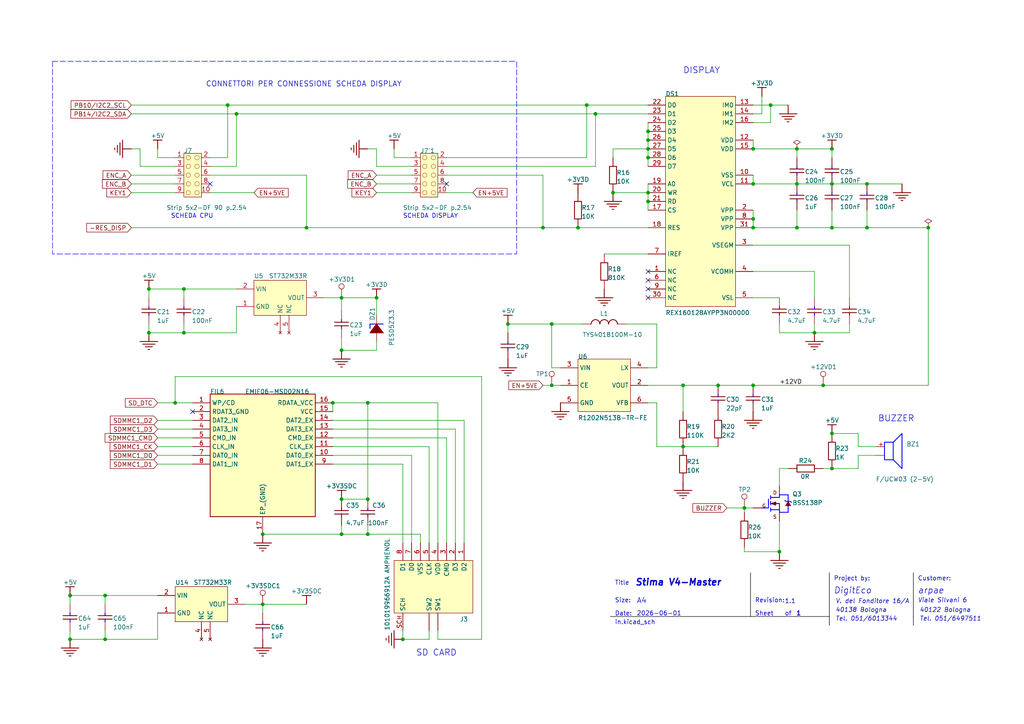
<source format=kicad_sch>
(kicad_sch (version 20230121) (generator eeschema)
  (paper "A4")
  (title_block (title "Stima V4-Master") (rev "1.0"))
  (junction (at 76.2 154.94))
  (junction (at 187.96 38.1))
  (junction (at 66.04 30.48))
  (junction (at 50.8 116.84))
  (junction (at 30.48 185.42))
  (junction (at 99.06 144.78))
  (junction (at 269.24 66.04))
  (junction (at 20.32 185.42))
  (junction (at 99.06 101.6))
  (junction (at 43.18 96.52))
  (junction (at 76.2 175.26))
  (junction (at 96.52 116.84))
  (junction (at 218.44 66.04))
  (junction (at 109.22 86.36))
  (junction (at 241.3 53.34))
  (junction (at 236.22 96.52))
  (junction (at 241.3 43.18))
  (junction (at 157.48 66.04))
  (junction (at 218.44 63.5))
  (junction (at 147.32 93.98))
  (junction (at 208.28 111.76))
  (junction (at 241.3 135.89))
  (junction (at 43.18 83.82))
  (junction (at 106.68 116.84))
  (junction (at 238.76 111.76))
  (junction (at 231.14 66.04))
  (junction (at 187.96 55.88))
  (junction (at 167.64 66.04))
  (junction (at 187.96 40.64))
  (junction (at 53.34 96.52))
  (junction (at 231.14 53.34))
  (junction (at 116.84 185.42))
  (junction (at 106.68 154.94))
  (junction (at 215.9 147.32))
  (junction (at 99.06 86.36))
  (junction (at 198.12 129.54))
  (junction (at 106.68 144.78))
  (junction (at 187.96 45.72))
  (junction (at 172.72 33.02))
  (junction (at 241.3 125.73))
  (junction (at 177.8 55.88))
  (junction (at 30.48 172.72))
  (junction (at 223.52 30.48))
  (junction (at 218.44 111.76))
  (junction (at 88.9 66.04))
  (junction (at 160.02 93.98))
  (junction (at 160.02 111.76))
  (junction (at 241.3 66.04))
  (junction (at 251.46 66.04))
  (junction (at 187.96 43.18))
  (junction (at 218.44 43.18))
  (junction (at 99.06 154.94))
  (junction (at 218.44 53.34))
  (junction (at 226.06 160.02))
  (junction (at 53.34 83.82))
  (junction (at 187.96 58.42))
  (junction (at 198.12 111.76))
  (junction (at 20.32 172.72))
  (junction (at 231.14 43.18))
  (junction (at 68.58 33.02))
  (junction (at 170.18 30.48))
  (junction (at 251.46 53.34))
  (no_connect (at 187.96 86.36))
  (no_connect (at 129.54 53.34))
  (no_connect (at 187.96 81.28))
  (no_connect (at 187.96 78.74))
  (no_connect (at 55.88 119.38))
  (no_connect (at 187.96 83.82))
  (no_connect (at 60.96 53.34))
  (wire (pts (xy 160.02 93.98) (xy 168.91 93.98)))
  (wire (pts (xy 187.96 55.88) (xy 187.96 53.34)))
  (wire (pts (xy 114.3 45.72) (xy 119.38 45.72)))
  (wire (pts (xy 109.22 86.36) (xy 109.22 91.44)))
  (wire (pts (xy 187.96 40.64) (xy 187.96 43.18)))
  (wire (pts (xy 218.44 53.34) (xy 218.44 50.8)))
  (wire (pts (xy 99.06 86.36) (xy 109.22 86.36)))
  (wire (pts (xy 45.72 127) (xy 55.88 127)))
  (wire (pts (xy 187.96 111.76) (xy 198.12 111.76)))
  (wire (pts (xy 147.32 93.98) (xy 160.02 93.98)))
  (wire (pts (xy 106.68 154.94) (xy 106.68 152.4)))
  (wire (pts (xy 231.14 43.18) (xy 218.44 43.18)))
  (wire (pts (xy 172.72 48.26) (xy 129.54 48.26)))
  (wire (pts (xy 68.58 88.9) (xy 68.58 96.52)))
  (wire (pts (xy 109.22 43.18) (xy 106.68 43.18)))
  (wire (pts (xy 241.3 43.18) (xy 231.14 43.18)))
  (wire (pts (xy 53.34 93.98) (xy 53.34 96.52)))
  (wire (pts (xy 96.52 124.46) (xy 132.08 124.46)))
  (wire (pts (xy 20.32 185.42) (xy 20.32 182.88)))
  (wire (pts (xy 223.52 30.48) (xy 218.44 30.48)))
  (wire (pts (xy 119.38 132.08) (xy 119.38 157.48)))
  (wire (pts (xy 231.14 53.34) (xy 218.44 53.34)))
  (wire (pts (xy 124.46 185.42) (xy 124.46 182.88)))
  (wire (pts (xy 190.5 129.54) (xy 190.5 116.84)))
  (wire (pts (xy 127 185.42) (xy 127 182.88)))
  (wire (pts (xy 45.72 129.54) (xy 55.88 129.54)))
  (wire (pts (xy 30.48 185.42) (xy 20.32 185.42)))
  (wire (pts (xy 30.48 175.26) (xy 30.48 172.72)))
  (wire (pts (xy 218.44 33.02) (xy 220.98 33.02)))
  (wire (pts (xy 187.96 58.42) (xy 187.96 55.88)))
  (wire (pts (xy 43.18 96.52) (xy 43.18 93.98)))
  (wire (pts (xy 109.22 55.88) (xy 119.38 55.88)))
  (wire (pts (xy 226.06 160.02) (xy 226.06 151.13)))
  (wire (pts (xy 236.22 78.74) (xy 236.22 86.36)))
  (wire (pts (xy 198.12 111.76) (xy 208.28 111.76)))
  (wire (pts (xy 96.52 129.54) (xy 124.46 129.54)))
  (wire (pts (xy 218.44 71.12) (xy 246.38 71.12)))
  (wire (pts (xy 187.96 38.1) (xy 187.96 40.64)))
  (wire (pts (xy 106.68 144.78) (xy 106.68 116.84)))
  (wire (pts (xy 119.38 48.26) (xy 109.22 48.26)))
  (wire (pts (xy 99.06 90.17) (xy 99.06 86.36)))
  (wire (pts (xy 60.96 45.72) (xy 66.04 45.72)))
  (wire (pts (xy 124.46 129.54) (xy 124.46 157.48)))
  (wire (pts (xy 215.9 158.75) (xy 215.9 160.02)))
  (wire (pts (xy 68.58 33.02) (xy 38.1 33.02)))
  (wire (pts (xy 40.64 48.26) (xy 40.64 43.18)))
  (wire (pts (xy 251.46 66.04) (xy 251.46 60.96)))
  (wire (pts (xy 96.52 127) (xy 129.54 127)))
  (wire (pts (xy 96.52 121.92) (xy 134.62 121.92)))
  (wire (pts (xy 248.92 135.89) (xy 241.3 135.89)))
  (wire (pts (xy 215.9 147.32) (xy 215.9 148.59)))
  (wire (pts (xy 238.76 111.76) (xy 269.24 111.76)))
  (wire (pts (xy 30.48 182.88) (xy 30.48 185.42)))
  (wire (pts (xy 66.04 45.72) (xy 66.04 30.48)))
  (wire (pts (xy 198.12 129.54) (xy 190.5 129.54)))
  (wire (pts (xy 53.34 86.36) (xy 53.34 83.82)))
  (wire (pts (xy 66.04 30.48) (xy 38.1 30.48)))
  (wire (pts (xy 261.62 53.34) (xy 251.46 53.34)))
  (wire (pts (xy 50.8 109.22) (xy 139.7 109.22)))
  (wire (pts (xy 60.96 48.26) (xy 68.58 48.26)))
  (wire (pts (xy 96.52 116.84) (xy 106.68 116.84)))
  (polyline (pts (xy 240.538 166.116) (xy 240.538 178.816)) (stroke (width 0) (type solid) (color 0 0 0 1)))
  (wire (pts (xy 218.44 63.5) (xy 218.44 66.04)))
  (wire (pts (xy 121.92 157.48) (xy 121.92 154.94)))
  (wire (pts (xy 109.22 99.06) (xy 109.22 101.6)))
  (wire (pts (xy 248.92 125.73) (xy 248.92 129.54)))
  (wire (pts (xy 269.24 66.04) (xy 251.46 66.04)))
  (wire (pts (xy 116.84 182.88) (xy 116.84 185.42)))
  (wire (pts (xy 71.12 175.26) (xy 76.2 175.26)))
  (wire (pts (xy 190.5 106.68) (xy 190.5 93.98)))
  (wire (pts (xy 210.82 147.32) (xy 215.9 147.32)))
  (wire (pts (xy 106.68 154.94) (xy 99.06 154.94)))
  (wire (pts (xy 38.1 53.34) (xy 50.8 53.34)))
  (wire (pts (xy 114.3 43.18) (xy 114.3 45.72)))
  (wire (pts (xy 106.68 144.78) (xy 99.06 144.78)))
  (wire (pts (xy 198.12 119.38) (xy 198.12 111.76)))
  (wire (pts (xy 45.72 134.62) (xy 55.88 134.62)))
  (wire (pts (xy 167.64 66.04) (xy 187.96 66.04)))
  (wire (pts (xy 20.32 172.72) (xy 20.32 175.26)))
  (wire (pts (xy 241.3 45.72) (xy 241.3 43.18)))
  (wire (pts (xy 248.92 129.54) (xy 254 129.54)))
  (wire (pts (xy 246.38 71.12) (xy 246.38 86.36)))
  (wire (pts (xy 45.72 124.46) (xy 55.88 124.46)))
  (wire (pts (xy 139.7 109.22) (xy 139.7 185.42)))
  (wire (pts (xy 218.44 66.04) (xy 231.14 66.04)))
  (wire (pts (xy 50.8 116.84) (xy 50.8 109.22)))
  (wire (pts (xy 269.24 111.76) (xy 269.24 66.04)))
  (wire (pts (xy 172.72 33.02) (xy 172.72 48.26)))
  (wire (pts (xy 43.18 83.82) (xy 43.18 86.36)))
  (wire (pts (xy 208.28 129.54) (xy 198.12 129.54)))
  (wire (pts (xy 68.58 48.26) (xy 68.58 33.02)))
  (wire (pts (xy 226.06 135.89) (xy 228.6 135.89)))
  (wire (pts (xy 127 116.84) (xy 127 157.48)))
  (wire (pts (xy 132.08 124.46) (xy 132.08 157.48)))
  (wire (pts (xy 160.02 106.68) (xy 160.02 93.98)))
  (wire (pts (xy 218.44 60.96) (xy 218.44 63.5)))
  (wire (pts (xy 68.58 33.02) (xy 172.72 33.02)))
  (wire (pts (xy 190.5 116.84) (xy 187.96 116.84)))
  (wire (pts (xy 88.9 66.04) (xy 157.48 66.04)))
  (wire (pts (xy 241.3 53.34) (xy 231.14 53.34)))
  (wire (pts (xy 187.96 106.68) (xy 190.5 106.68)))
  (wire (pts (xy 246.38 96.52) (xy 246.38 93.98)))
  (wire (pts (xy 218.44 111.76) (xy 238.76 111.76)))
  (wire (pts (xy 45.72 172.72) (xy 30.48 172.72)))
  (wire (pts (xy 134.62 121.92) (xy 134.62 157.48)))
  (wire (pts (xy 226.06 93.98) (xy 226.06 96.52)))
  (wire (pts (xy 223.52 30.48) (xy 228.6 30.48)))
  (wire (pts (xy 45.72 121.92) (xy 55.88 121.92)))
  (wire (pts (xy 109.22 50.8) (xy 119.38 50.8)))
  (wire (pts (xy 187.96 43.18) (xy 187.96 45.72)))
  (wire (pts (xy 157.48 111.76) (xy 160.02 111.76)))
  (wire (pts (xy 60.96 55.88) (xy 73.66 55.88)))
  (wire (pts (xy 139.7 185.42) (xy 127 185.42)))
  (wire (pts (xy 121.92 154.94) (xy 106.68 154.94)))
  (wire (pts (xy 99.06 101.6) (xy 99.06 97.79)))
  (wire (pts (xy 241.3 135.89) (xy 238.76 135.89)))
  (wire (pts (xy 109.22 101.6) (xy 99.06 101.6)))
  (wire (pts (xy 187.96 45.72) (xy 187.96 48.26)))
  (wire (pts (xy 220.98 33.02) (xy 220.98 27.94)))
  (wire (pts (xy 187.96 73.66) (xy 175.26 73.66)))
  (wire (pts (xy 38.1 66.04) (xy 88.9 66.04)))
  (wire (pts (xy 96.52 132.08) (xy 119.38 132.08)))
  (wire (pts (xy 187.96 55.88) (xy 177.8 55.88)))
  (wire (pts (xy 45.72 43.18) (xy 45.72 45.72)))
  (wire (pts (xy 116.84 134.62) (xy 116.84 157.48)))
  (wire (pts (xy 60.96 50.8) (xy 88.9 50.8)))
  (wire (pts (xy 76.2 175.26) (xy 88.9 175.26)))
  (wire (pts (xy 45.72 177.8) (xy 45.72 185.42)))
  (wire (pts (xy 215.9 147.32) (xy 218.44 147.32)))
  (wire (pts (xy 96.52 134.62) (xy 116.84 134.62)))
  (wire (pts (xy 172.72 33.02) (xy 187.96 33.02)))
  (wire (pts (xy 160.02 106.68) (xy 162.56 106.68)))
  (wire (pts (xy 254 132.08) (xy 248.92 132.08)))
  (wire (pts (xy 231.14 45.72) (xy 231.14 43.18)))
  (wire (pts (xy 187.96 35.56) (xy 187.96 38.1)))
  (wire (pts (xy 170.18 45.72) (xy 129.54 45.72)))
  (wire (pts (xy 93.98 86.36) (xy 99.06 86.36)))
  (wire (pts (xy 99.06 154.94) (xy 99.06 152.4)))
  (wire (pts (xy 218.44 35.56) (xy 223.52 35.56)))
  (wire (pts (xy 129.54 127) (xy 129.54 157.48)))
  (wire (pts (xy 157.48 66.04) (xy 157.48 50.8)))
  (wire (pts (xy 40.64 43.18) (xy 38.1 43.18)))
  (wire (pts (xy 66.04 30.48) (xy 170.18 30.48)))
  (wire (pts (xy 231.14 66.04) (xy 241.3 66.04)))
  (wire (pts (xy 226.06 86.36) (xy 218.44 86.36)))
  (wire (pts (xy 226.06 140.97) (xy 226.06 135.89)))
  (wire (pts (xy 50.8 116.84) (xy 55.88 116.84)))
  (wire (pts (xy 177.8 45.72) (xy 177.8 43.18)))
  (wire (pts (xy 96.52 119.38) (xy 96.52 116.84)))
  (wire (pts (xy 241.3 66.04) (xy 251.46 66.04)))
  (wire (pts (xy 147.32 93.98) (xy 147.32 96.52)))
  (wire (pts (xy 170.18 30.48) (xy 170.18 45.72)))
  (wire (pts (xy 53.34 96.52) (xy 43.18 96.52)))
  (wire (pts (xy 45.72 132.08) (xy 55.88 132.08)))
  (wire (pts (xy 68.58 83.82) (xy 53.34 83.82)))
  (wire (pts (xy 236.22 93.98) (xy 236.22 96.52)))
  (wire (pts (xy 38.1 50.8) (xy 50.8 50.8)))
  (wire (pts (xy 88.9 50.8) (xy 88.9 66.04)))
  (wire (pts (xy 50.8 48.26) (xy 40.64 48.26)))
  (wire (pts (xy 218.44 78.74) (xy 236.22 78.74)))
  (wire (pts (xy 99.06 154.94) (xy 76.2 154.94)))
  (wire (pts (xy 190.5 93.98) (xy 181.61 93.98)))
  (wire (pts (xy 53.34 83.82) (xy 43.18 83.82)))
  (polyline (pts (xy 217.678 166.116) (xy 217.678 178.816)) (stroke (width 0) (type solid) (color 0 0 0 1)))
  (wire (pts (xy 45.72 116.84) (xy 50.8 116.84)))
  (wire (pts (xy 241.3 66.04) (xy 241.3 60.96)))
  (wire (pts (xy 45.72 45.72) (xy 50.8 45.72)))
  (wire (pts (xy 236.22 96.52) (xy 246.38 96.52)))
  (wire (pts (xy 30.48 172.72) (xy 20.32 172.72)))
  (wire (pts (xy 177.8 43.18) (xy 187.96 43.18)))
  (wire (pts (xy 38.1 55.88) (xy 50.8 55.88)))
  (wire (pts (xy 129.54 55.88) (xy 137.16 55.88)))
  (wire (pts (xy 76.2 177.8) (xy 76.2 175.26)))
  (wire (pts (xy 218.44 43.18) (xy 218.44 40.64)))
  (wire (pts (xy 109.22 53.34) (xy 119.38 53.34)))
  (wire (pts (xy 106.68 116.84) (xy 127 116.84)))
  (wire (pts (xy 251.46 53.34) (xy 241.3 53.34)))
  (wire (pts (xy 157.48 50.8) (xy 129.54 50.8)))
  (wire (pts (xy 187.96 60.96) (xy 187.96 58.42)))
  (wire (pts (xy 215.9 160.02) (xy 226.06 160.02)))
  (wire (pts (xy 116.84 185.42) (xy 124.46 185.42)))
  (wire (pts (xy 231.14 66.04) (xy 231.14 60.96)))
  (wire (pts (xy 157.48 66.04) (xy 167.64 66.04)))
  (wire (pts (xy 170.18 30.48) (xy 187.96 30.48)))
  (wire (pts (xy 160.02 111.76) (xy 162.56 111.76)))
  (wire (pts (xy 248.92 132.08) (xy 248.92 135.89)))
  (wire (pts (xy 223.52 35.56) (xy 223.52 30.48)))
  (wire (pts (xy 109.22 48.26) (xy 109.22 43.18)))
  (wire (pts (xy 208.28 111.76) (xy 218.44 111.76)))
  (wire (pts (xy 45.72 185.42) (xy 30.48 185.42)))
  (wire (pts (xy 241.3 125.73) (xy 248.92 125.73)))
  (wire (pts (xy 226.06 96.52) (xy 236.22 96.52)))
  (polyline (pts (xy 264.922 178.816) (xy 264.922 181.356)) (stroke (width 0) (type solid) (color 0 0 0 1)))
  (wire (pts (xy 68.58 96.52) (xy 53.34 96.52)))
  (polyline (pts (xy 264.922 166.116) (xy 264.922 166.116) (xy 264.922 178.816)) (stroke (width 0) (type solid) (color 0 0 0 1)))
  (polyline (pts (xy 177.038 178.816) (xy 240.538 178.816) (xy 240.538 181.356)) (stroke (width 0) (type solid) (color 0 0 0 1)))
  (polyline (pts (xy 15.24 17.78) (xy 15.24 73.66) (xy 149.86 73.66) (xy 149.86 17.78) (xy 15.24 17.78)) (stroke (width 0) (type dash) (color 0 0 255 1)))
  (text "${FILENAME}" (at 178.308 181.356 0) (effects (font (size 1.27 1.27)) (justify left bottom)))
  (text "BUZZER" (at 254.635 122.555 0) (effects (font (size 1.778 1.778)) (justify left bottom)))
  (text "Tel. 051/6497511" (at 266.7 180.34 0) (effects (font (size 1.27 1.27) italic) (justify left bottom)))
  (text "SCHEDA DISPLAY" (at 116.84 63.5 0) (effects (font (size 1.27 1.27)) (justify left bottom)))
  (text "Revision:" (at 218.948 175.006 0) (effects (font (size 1.27 1.27)) (justify left bottom)))
  (text "SD CARD" (at 120.65 190.5 0) (effects (font (size 1.778 1.778)) (justify left bottom)))
  (text "Sheet" (at 218.948 178.816 0) (effects (font (size 1.27 1.27)) (justify left bottom)))
  (text "" (at 184.658 181.356 0) (effects (font (size 1.27 1.27)) (justify left bottom)))
  (text "DISPLAY" (at 198.12 21.59 0) (effects (font (size 1.778 1.778)) (justify left bottom)))
  (text "SCHEDA CPU" (at 49.53 63.5 0) (effects (font (size 1.27 1.27)) (justify left bottom)))
  (text "of" (at 227.584 178.816 0) (effects (font (size 1.27 1.27)) (justify left bottom)))
  (text "${##}" (at 230.886 178.816 0) (effects (font (size 1.27 1.27) bold) (justify left bottom)))
  (text "arpae" (at 266.192 172.466 0) (effects (font (size 1.778 1.778) italic) (justify left bottom)))
  (text "1.1" (at 227.584 175.26 0) (effects (font (size 1.27 1.27)) (justify left bottom)))
  (text "Title" (at 178.308 169.926 0) (effects (font (size 1.27 1.27)) (justify left bottom)))
  (text "40138 Bologna" (at 242.316 177.8 0) (effects (font (size 1.27 1.27) italic) (justify left bottom)))
  (text "Date:" (at 178.308 178.816 0) (effects (font (size 1.27 1.27)) (justify left bottom)))
  (text "A4" (at 184.658 175.26 0) (effects (font (size 1.524 1.524)) (justify left bottom)))
  (text "Customer:" (at 266.192 168.656 0) (effects (font (size 1.27 1.27)) (justify left bottom)))
  (text "Viale Silvani 6" (at 266.192 175.006 0) (effects (font (size 1.27 1.27) italic) (justify left bottom)))
  (text "Project by:" (at 241.808 168.656 0) (effects (font (size 1.27 1.27)) (justify left bottom)))
  (text "${CURRENT_DATE}" (at 184.658 178.816 0) (effects (font (size 1.27 1.27)) (justify left bottom)))
  (text "DigitEco" (at 241.808 172.466 0) (effects (font (size 1.778 1.778) italic) (justify left bottom)))
  (text "V. del Fonditore 16/A" (at 242.316 175.26 0) (effects (font (size 1.27 1.27) italic) (justify left bottom)))
  (text "Size:" (at 178.308 175.006 0) (effects (font (size 1.27 1.27)) (justify left bottom)))
  (text "Tel. 051/6013344" (at 242.316 180.34 0) (effects (font (size 1.27 1.27) italic) (justify left bottom)))
  (text "40122 Bologna" (at 266.7 177.8 0) (effects (font (size 1.27 1.27) italic) (justify left bottom)))
  (text "CONNETTORI PER CONNESSIONE SCHEDA DISPLAY" (at 59.69 25.4 0) (effects (font (size 1.524 1.524)) (justify left bottom)))
  (text "${#}" (at 224.282 178.816 0) (effects (font (size 1.27 1.27) bold) (justify left bottom)))
  (text "${TITLE}" (at 184.15 170.18 0) (effects (font (size 1.905 1.905) bold italic) (justify left bottom)))
  (label "+12VD" (at 226.06 111.76 180))
  (global_label "EN+5VE" (shape input) (at 137.16 55.88 0) (property "Intersheetrefs" "${INTERSHEET_REFS}" (effects hide)))
  (global_label "SDMMC1_D2" (shape input) (at 45.72 121.92 180) (property "Intersheetrefs" "${INTERSHEET_REFS}" (effects hide)))
  (global_label "SDMMC1_D0" (shape input) (at 45.72 132.08 180) (property "Intersheetrefs" "${INTERSHEET_REFS}" (effects hide)))
  (global_label "KEY1" (shape input) (at 38.1 55.88 180) (property "Intersheetrefs" "${INTERSHEET_REFS}" (effects hide)))
  (global_label "ENC_A" (shape input) (at 38.1 50.8 180) (property "Intersheetrefs" "${INTERSHEET_REFS}" (effects hide)))
  (global_label "SD_DTC" (shape input) (at 45.72 116.84 180) (property "Intersheetrefs" "${INTERSHEET_REFS}" (effects hide)))
  (global_label "-RES_DISP" (shape input) (at 38.1 66.04 180) (property "Intersheetrefs" "${INTERSHEET_REFS}" (effects hide)))
  (global_label "PB14{slash}I2C2_SDA" (shape input) (at 38.1 33.02 180) (property "Intersheetrefs" "${INTERSHEET_REFS}" (effects hide)))
  (global_label "ENC_B" (shape input) (at 109.22 53.34 180) (property "Intersheetrefs" "${INTERSHEET_REFS}" (effects hide)))
  (global_label "KEY1" (shape input) (at 109.22 55.88 180) (property "Intersheetrefs" "${INTERSHEET_REFS}" (effects hide)))
  (global_label "SDMMC1_D3" (shape input) (at 45.72 124.46 180) (property "Intersheetrefs" "${INTERSHEET_REFS}" (effects hide)))
  (global_label "SDMMC1_CMD" (shape input) (at 45.72 127 180) (property "Intersheetrefs" "${INTERSHEET_REFS}" (effects hide)))
  (global_label "PB10{slash}I2C2_SCL" (shape input) (at 38.1 30.48 180) (property "Intersheetrefs" "${INTERSHEET_REFS}" (effects hide)))
  (global_label "EN+5VE" (shape input) (at 157.48 111.76 180) (property "Intersheetrefs" "${INTERSHEET_REFS}" (effects hide)))
  (global_label "SDMMC1_D1" (shape input) (at 45.72 134.62 180) (property "Intersheetrefs" "${INTERSHEET_REFS}" (effects hide)))
  (global_label "BUZZER" (shape input) (at 210.82 147.32 180) (property "Intersheetrefs" "${INTERSHEET_REFS}" (effects hide)))
  (global_label "ENC_A" (shape input) (at 109.22 50.8 180) (property "Intersheetrefs" "${INTERSHEET_REFS}" (effects hide)))
  (global_label "EN+5VE" (shape input) (at 73.66 55.88 0) (property "Intersheetrefs" "${INTERSHEET_REFS}" (effects hide)))
  (global_label "SDMMC1_CK" (shape input) (at 45.72 129.54 180) (property "Intersheetrefs" "${INTERSHEET_REFS}" (effects hide)))
  (global_label "ENC_B" (shape input) (at 38.1 53.34 180) (property "Intersheetrefs" "${INTERSHEET_REFS}" (effects hide)))
  (symbol (lib_id "Stima V4 Master R1_1-altium-import:GND") (at 20.32 185.42 0) (unit 1)
    (property "Reference" "#PWR025" (effects hide))
    (property "Value" "GND" (effects hide))
    (instances (project "Stima V4 Master" (path "" (reference "#PWR025") (unit 1))) (project "Stima V4 Master R1_1" (path "" (reference "#PWR?") (unit 1))))
  )
  (symbol (lib_id "Stima V4 Master R1_1-altium-import:GND") (at 226.06 160.02 0) (unit 1)
    (property "Reference" "#PWR?" (effects hide))
    (property "Value" "GND" (effects hide))
  )
  (symbol (lib_id "Stima V4 Master R1_1-altium-import:root_0_EMIF06-MSD02N16") (at 55.88 116.84 0) (unit 1)
    (property "Reference" "FIL6" (at 60.96 114.3 0) (effects (justify left bottom)))
    (property "Value" "EMIF06-MSD02N16" (at 71.12 114.3 0) (effects (justify left bottom)))
    (property "Footprint" "Library_Master_impronte:EMIF06MSD02N16-MIO" (effects hide))
    (property "DATASHEET LINK" "http://www.st.com/content/ccc/resource/technical/document/datasheet/a7/86/d3/98/2c/7f/4b/d2/CD00217829.pdf/files/CD00217829.pdf/jcr:content/translations/en.CD00217829.pdf" (effects hide))
    (property "HEIGHT" "0mm" (effects hide))
    (property "MANUFACTURER_NAME" "STMicroelectronics" (effects hide))
    (property "MANUFACTURER_PART_NUMBER" "EMIF06-MSD02N16" (effects hide))
    (property "MOUSER PART NUMBER" "511-EMIF06-MSD02N16" (effects hide))
    (property "MOUSER PRICE/STOCK" "https://www.mouser.co.uk/ProductDetail/STMicroelectronics/EMIF06-MSD02N16?qs=1CGoW%2F3pMwpSqVuN8kmN4Q%3D%3D" (effects hide))
    (property "ARROW PART NUMBER" "EMIF06-MSD02N16" (effects hide))
    (property "ARROW PRICE/STOCK" "https://www.arrow.com/en/products/emif06-msd02n16/stmicroelectronics?region=nac" (effects hide))
  )
  (symbol (lib_id "Stima V4 Master R1_1-altium-import:root_0_C0603") (at 76.2 180.34 0) (unit 1)
    (property "Reference" "C66" (at 78.486 182.626 0) (effects (justify left bottom)))
    (property "Value" "1uF" (at 78.486 185.166 0) (effects (justify left bottom)))
    (property "Footprint" "Library_Master_impronte:0603" (effects hide))
    (property "PACKAGE REFERENCE" "0603" (effects hide))
    (property "TYPE" "Multistrato X5R/X7R" (effects hide))
    (property "ALTIUM_VALUE" "1uF" (effects hide))
    (property "VOLTAGE" "20V" (effects hide))
  )
  (symbol (lib_id "Stima V4 Master R1_1-altium-import:root_0_C0603") (at 30.48 177.8 0) (unit 1)
    (property "Reference" "C65" (at 32.766 180.086 0) (effects (justify left bottom)))
    (property "Value" "100nF" (at 32.766 182.626 0) (effects (justify left bottom)))
    (property "Footprint" "Library_Master_impronte:0603" (effects hide))
    (property "PACKAGE REFERENCE" "0603" (effects hide))
    (property "TYPE" "Multistrato X5R/X7R" (effects hide))
    (property "ALTIUM_VALUE" "100nF" (effects hide))
    (property "VOLTAGE" "50V" (effects hide))
  )
  (symbol (lib_id "Stima V4 Master R1_1-altium-import:root_0_C0603") (at 99.06 92.71 0) (unit 1)
    (property "Reference" "C23" (at 101.346 94.996 0) (effects (justify left bottom)))
    (property "Value" "1uF" (at 101.346 97.536 0) (effects (justify left bottom)))
    (property "Footprint" "Library_Master_impronte:0603" (effects hide))
    (property "PACKAGE REFERENCE" "0603" (effects hide))
    (property "TYPE" "Multistrato X5R/X7R" (effects hide))
    (property "ALTIUM_VALUE" "1uF" (effects hide))
    (property "VOLTAGE" "20V" (effects hide))
  )
  (symbol (lib_id "Stima V4 Master R1_1-altium-import:root_0_C0603") (at 147.32 99.06 0) (unit 1)
    (property "Reference" "C29" (at 149.606 101.346 0) (effects (justify left bottom)))
    (property "Value" "1uF" (at 149.606 103.886 0) (effects (justify left bottom)))
    (property "Footprint" "Library_Master_impronte:0603" (effects hide))
    (property "PACKAGE REFERENCE" "0603" (effects hide))
    (property "TYPE" "Multistrato X5R/X7R" (effects hide))
    (property "ALTIUM_VALUE" "1uF" (effects hide))
    (property "VOLTAGE" "20V" (effects hide))
  )
  (symbol (lib_id "Stima V4 Master R1_1-altium-import:GND") (at 106.68 43.18 270) (unit 1)
    (property "Reference" "#PWR020" (effects hide))
    (property "Value" "GND" (effects hide))
    (instances (project "Stima V4 Master" (path "" (reference "#PWR020") (unit 1))) (project "Stima V4 Master R1_1" (path "" (reference "#PWR?") (unit 1))))
  )
  (symbol (lib_id "Stima V4 Master R1_1-altium-import:root_0_STRIP_10P-DF") (at 121.92 44.45 0) (unit 1)
    (property "Reference" "J7'1" (at 121.92 44.45 0) (effects (justify left bottom)))
    (property "Value" "Strip 5x2-DF p.2.54" (at 116.84 60.96 0) (effects (justify left bottom)))
    (property "Footprint" "Library_Master_impronte:_Altium_Library_ARGO_ARGO PcbLib-Trad1.PcbLib_STRIP2F5X2P2_54REVERSE" (effects hide))
    (instances (project "Stima V4 Master" (path "" (reference "J7'1") (unit 1))) (project "Stima V4 Master R1_1" (path "" (reference "J7'") (unit 1))))
  )
  (symbol (lib_id "Stima V4 Master R1_1-altium-import:GND") (at 175.26 83.82 0) (unit 1)
    (property "Reference" "#PWR?" (effects hide))
    (property "Value" "GND" (effects hide))
  )
  (symbol (lib_id "Stima V4 Master R1_1-altium-import:root_0_Transil SMD PESD5") (at 109.22 93.98 0) (unit 1)
    (property "Reference" "DZ1" (at 108.712 92.964 90) (effects (justify left bottom)))
    (property "Value" "PESD5Z3.3" (at 114.3 100.33 90) (effects (justify left bottom)))
    (property "Footprint" "Library_Master_impronte:SOD 523(SC-79)" (effects hide))
    (property "PACKAGE REFERENCE" "SOD523" (effects hide))
  )
  (symbol (lib_id "Stima V4 Master R1_1-altium-import:root_3_Res 0603") (at 200.66 132.08 0) (unit 1)
    (property "Reference" "R21" (at 199.136 134.62 0) (effects (justify left bottom)))
    (property "Value" "10K" (at 199.136 137.16 0) (effects (justify left bottom)))
    (property "Footprint" "Library_Master_impronte:0603" (effects hide))
    (property "ALTIUM_VALUE" "10K" (effects hide))
    (property "PRECISION" "1%" (effects hide))
    (property "PACKAGE REFERENCE" "0603" (effects hide))
    (property "POWER" "1/10W" (effects hide))
  )
  (symbol (lib_id "Stima V4 Master R1_1-altium-import:root_3_Res 0603") (at 170.18 58.42 0) (unit 1)
    (property "Reference" "R17" (at 168.656 60.96 0) (effects (justify left bottom)))
    (property "Value" "10K" (at 168.656 63.5 0) (effects (justify left bottom)))
    (property "Footprint" "Library_Master_impronte:0603" (effects hide))
    (property "ALTIUM_VALUE" "10K" (effects hide))
    (property "PRECISION" "1%" (effects hide))
    (property "PACKAGE REFERENCE" "0603" (effects hide))
    (property "POWER" "1/10W" (effects hide))
  )
  (symbol (lib_id "Stima V4 Master R1_1-altium-import:root_3_Res 0603") (at 180.34 48.26 0) (unit 1)
    (property "Reference" "R16" (at 178.816 50.8 0) (effects (justify left bottom)))
    (property "Value" "10K" (at 178.816 53.34 0) (effects (justify left bottom)))
    (property "Footprint" "Library_Master_impronte:0603" (effects hide))
    (property "ALTIUM_VALUE" "10K" (effects hide))
    (property "PRECISION" "1%" (effects hide))
    (property "PACKAGE REFERENCE" "0603" (effects hide))
    (property "POWER" "1/10W" (effects hide))
  )
  (symbol (lib_id "Stima V4 Master R1_1-altium-import:GND") (at 177.8 55.88 0) (unit 1)
    (property "Reference" "#PWR?" (effects hide))
    (property "Value" "GND" (effects hide))
  )
  (symbol (lib_id "Stima V4 Master R1_1-altium-import:GND") (at 38.1 43.18 270) (unit 1)
    (property "Reference" "#PWR011" (effects hide))
    (property "Value" "GND" (effects hide))
    (instances (project "Stima V4 Master" (path "" (reference "#PWR011") (unit 1))) (project "Stima V4 Master R1_1" (path "" (reference "#PWR?") (unit 1))))
  )
  (symbol (lib_id "Stima V4 Master R1_1-altium-import:+3V3D") (at 241.3 43.18 180) (unit 1)
    (property "Reference" "#PWR?" (effects hide))
    (property "Value" "+3V3D" (at 241.3 39.37 0))
  )
  (symbol (lib_id "Stima V4 Master R1_1-altium-import:root_0_C0603") (at 106.68 147.32 0) (unit 1)
    (property "Reference" "C36" (at 107.95 147.32 0) (effects (justify left bottom)))
    (property "Value" "100nF" (at 106.68 152.4 0) (effects (justify left bottom)))
    (property "Footprint" "Library_Master_impronte:0603" (effects hide))
    (property "PACKAGE REFERENCE" "0603" (effects hide))
    (property "TYPE" "Multistrato X5R/X7R" (effects hide))
    (property "ALTIUM_VALUE" "100nF" (effects hide))
    (property "VOLTAGE" "20V" (effects hide))
  )
  (symbol (lib_id "Stima V4 Master R1_1-altium-import:root_0_C0603") (at 246.38 88.9 0) (unit 1)
    (property "Reference" "C34" (at 248.666 91.186 0) (effects (justify left bottom)))
    (property "Value" "4.7uF" (at 248.666 93.726 0) (effects (justify left bottom)))
    (property "Footprint" "Library_Master_impronte:0603" (effects hide))
    (property "PACKAGE REFERENCE" "0603" (effects hide))
    (property "TYPE" "Multistrato X5R/X7R" (effects hide))
    (property "ALTIUM_VALUE" "4.7uF" (effects hide))
    (property "VOLTAGE" "20V" (effects hide))
  )
  (symbol (lib_id "Connector:TestPoint") (at 238.76 111.76 0) (unit 1)
    (property "Reference" "+12VD1" (at 234.95 106.426 0) (effects (justify left)))
    (property "Value" "TestPoint" (effects hide))
    (property "Footprint" "Library_Master_impronte:TP" (effects hide))
  )
  (symbol (lib_id "Stima V4 Master R1_1-altium-import:root_1_Res 0603") (at 238.76 133.35 0) (unit 1)
    (property "Reference" "R23" (at 242.316 130.81 0) (effects (justify left bottom)))
    (property "Value" "1K" (at 242.316 133.35 0) (effects (justify left bottom)))
    (property "Footprint" "Library_Master_impronte:0603" (effects hide))
    (property "ALTIUM_VALUE" "1K" (effects hide))
    (property "PRECISION" "1%" (effects hide))
    (property "PACKAGE REFERENCE" "0603" (effects hide))
    (property "POWER" "1/10W" (effects hide))
  )
  (symbol (lib_id "Stima V4 Master R1_1-altium-import:root_0_C0603") (at 53.34 88.9 0) (unit 1)
    (property "Reference" "C22" (at 55.626 91.186 0) (effects (justify left bottom)))
    (property "Value" "100nF" (at 55.626 93.726 0) (effects (justify left bottom)))
    (property "Footprint" "Library_Master_impronte:0603" (effects hide))
    (property "PACKAGE REFERENCE" "0603" (effects hide))
    (property "TYPE" "Multistrato X5R/X7R" (effects hide))
    (property "ALTIUM_VALUE" "100nF" (effects hide))
    (property "VOLTAGE" "50V" (effects hide))
  )
  (symbol (lib_id "Stima V4 Master R1_1-altium-import:root_0_C0603") (at 231.14 48.26 0) (unit 1)
    (property "Reference" "C24" (at 233.426 50.546 0) (effects (justify left bottom)))
    (property "Value" "100nF" (at 233.426 53.086 0) (effects (justify left bottom)))
    (property "Footprint" "Library_Master_impronte:0603" (effects hide))
    (property "PACKAGE REFERENCE" "0603" (effects hide))
    (property "TYPE" "Multistrato X5R/X7R" (effects hide))
    (property "ALTIUM_VALUE" "100nF" (effects hide))
    (property "VOLTAGE" "20V" (effects hide))
  )
  (symbol (lib_id "power:PWR_FLAG") (at 231.14 43.18 0) (unit 1)
    (property "Reference" "#FLG013" (effects hide))
    (property "Value" "PWR_FLAG" (effects hide))
  )
  (symbol (lib_id "Stima V4 Master R1_1-altium-import:root_0_C0603") (at 43.18 88.9 0) (unit 1)
    (property "Reference" "C21" (at 45.466 91.186 0) (effects (justify left bottom)))
    (property "Value" "1uF" (at 45.466 93.726 0) (effects (justify left bottom)))
    (property "Footprint" "Library_Master_impronte:0603" (effects hide))
    (property "PACKAGE REFERENCE" "0603" (effects hide))
    (property "TYPE" "Multistrato X5R/X7R" (effects hide))
    (property "ALTIUM_VALUE" "1uF" (effects hide))
    (property "VOLTAGE" "20V" (effects hide))
  )
  (symbol (lib_id "Stima V4 Master R1_1-altium-import:+3V3D") (at 109.22 86.36 180) (unit 1)
    (property "Reference" "#PWR021" (effects hide))
    (property "Value" "+3V3D" (at 109.22 82.55 0))
    (instances (project "Stima V4 Master" (path "" (reference "#PWR021") (unit 1))) (project "Stima V4 Master R1_1" (path "" (reference "#PWR?") (unit 1))))
  )
  (symbol (lib_id "Stima V4 Master R1_1-altium-import:+5V") (at 241.3 125.73 180) (unit 1)
    (property "Reference" "#PWR?" (effects hide))
    (property "Value" "+5V" (at 241.3 121.92 0))
  )
  (symbol (lib_id "Stima V4 Master R1_1-altium-import:root_0_C0603") (at 226.06 88.9 0) (unit 1)
    (property "Reference" "C32" (at 228.346 91.186 0) (effects (justify left bottom)))
    (property "Value" "4.7uF" (at 228.346 93.726 0) (effects (justify left bottom)))
    (property "Footprint" "Library_Master_impronte:0603" (effects hide))
    (property "PACKAGE REFERENCE" "0603" (effects hide))
    (property "TYPE" "Multistrato X5R/X7R" (effects hide))
    (property "ALTIUM_VALUE" "4.7uF" (effects hide))
    (property "VOLTAGE" "20V" (effects hide))
  )
  (symbol (lib_id "Stima V4 Master R1_1-altium-import:root_0_BSS138") (at 220.98 143.51 0) (unit 1)
    (property "Reference" "Q3" (at 229.807 144.018 0) (effects (justify left bottom)))
    (property "Value" "BSS138P" (at 229.807 146.558 0) (effects (justify left bottom)))
    (property "Footprint" "Library_Master_impronte:SOT23" (effects hide))
    (property "PACKAGE REFERENCE" "SOT23" (effects hide))
  )
  (symbol (lib_id "Stima V4 Master R1_1-altium-import:+5V") (at 20.32 172.72 180) (unit 1)
    (property "Reference" "#PWR09" (effects hide))
    (property "Value" "+5V" (at 20.32 168.91 0))
    (instances (project "Stima V4 Master" (path "" (reference "#PWR09") (unit 1))) (project "Stima V4 Master R1_1" (path "" (reference "#PWR?") (unit 1))))
  )
  (symbol (lib_id "Stima V4 Master R1_1-altium-import:root_0_C0603") (at 231.14 55.88 0) (unit 1)
    (property "Reference" "C26" (at 233.426 58.166 0) (effects (justify left bottom)))
    (property "Value" "1uF" (at 233.426 60.706 0) (effects (justify left bottom)))
    (property "Footprint" "Library_Master_impronte:0603" (effects hide))
    (property "PACKAGE REFERENCE" "0603" (effects hide))
    (property "TYPE" "Multistrato X5R/X7R" (effects hide))
    (property "ALTIUM_VALUE" "1uF" (effects hide))
    (property "VOLTAGE" "20V" (effects hide))
  )
  (symbol (lib_id "Stima V4 Master R1_1-altium-import:+3V3SDC") (at 99.06 144.78 180) (unit 1)
    (property "Reference" "#PWR019" (effects hide))
    (property "Value" "+3V3SDC" (at 99.06 140.97 0))
    (instances (project "Stima V4 Master" (path "" (reference "#PWR019") (unit 1))) (project "Stima V4 Master R1_1" (path "" (reference "#PWR?") (unit 1))))
  )
  (symbol (lib_id "Stima V4 Master R1_1-altium-import:GND") (at 261.62 53.34 0) (unit 1)
    (property "Reference" "#PWR?" (effects hide))
    (property "Value" "GND" (effects hide))
  )
  (symbol (lib_id "Connector:TestPoint") (at 76.2 175.26 0) (unit 1)
    (property "Reference" "+3V3SDC1" (at 71.12 169.926 0) (effects (justify left)))
    (property "Value" "TestPoint" (effects hide))
    (property "Footprint" "Library_Master_impronte:TP" (effects hide))
  )
  (symbol (lib_id "Stima V4 Master R1_1-altium-import:root_1_Res 0603") (at 172.72 81.28 0) (unit 1)
    (property "Reference" "R18" (at 176.276 78.74 0) (effects (justify left bottom)))
    (property "Value" "810K" (at 176.276 81.28 0) (effects (justify left bottom)))
    (property "Footprint" "Library_Master_impronte:0603" (effects hide))
    (property "ALTIUM_VALUE" "810K" (effects hide))
    (property "PRECISION" "1%" (effects hide))
    (property "PACKAGE REFERENCE" "0603" (effects hide))
    (property "POWER" "1/10W" (effects hide))
  )
  (symbol (lib_id "Stima V4 Master R1_1-altium-import:GND") (at 147.32 104.14 0) (unit 1)
    (property "Reference" "#PWR?" (effects hide))
    (property "Value" "GND" (effects hide))
  )
  (symbol (lib_id "Stima V4 Master R1_1-altium-import:root_0_C0603") (at 218.44 114.3 0) (unit 1)
    (property "Reference" "C31" (at 220.726 116.586 0) (effects (justify left bottom)))
    (property "Value" "1uF" (at 220.726 119.126 0) (effects (justify left bottom)))
    (property "Footprint" "Library_Master_impronte:0603" (effects hide))
    (property "PACKAGE REFERENCE" "0603" (effects hide))
    (property "TYPE" "Multistrato X5R/X7R" (effects hide))
    (property "ALTIUM_VALUE" "1uF" (effects hide))
    (property "VOLTAGE" "20V" (effects hide))
  )
  (symbol (lib_id "Stima V4 Master R1_1-altium-import:root_0_C0603") (at 241.3 55.88 0) (unit 1)
    (property "Reference" "C27" (at 243.586 58.166 0) (effects (justify left bottom)))
    (property "Value" "100nF" (at 243.586 60.706 0) (effects (justify left bottom)))
    (property "Footprint" "Library_Master_impronte:0603" (effects hide))
    (property "PACKAGE REFERENCE" "0603" (effects hide))
    (property "TYPE" "Multistrato X5R/X7R" (effects hide))
    (property "ALTIUM_VALUE" "100nF" (effects hide))
    (property "VOLTAGE" "20V" (effects hide))
  )
  (symbol (lib_id "Stima V4 Master R1_1-altium-import:root_0_C0603") (at 251.46 55.88 0) (unit 1)
    (property "Reference" "C28" (at 253.746 58.166 0) (effects (justify left bottom)))
    (property "Value" "100nF" (at 253.746 60.706 0) (effects (justify left bottom)))
    (property "Footprint" "Library_Master_impronte:0603" (effects hide))
    (property "PACKAGE REFERENCE" "0603" (effects hide))
    (property "TYPE" "Multistrato X5R/X7R" (effects hide))
    (property "ALTIUM_VALUE" "100nF" (effects hide))
    (property "VOLTAGE" "20V" (effects hide))
  )
  (symbol (lib_id "Stima V4 Master R1_1-altium-import:root_0_C0603") (at 99.06 147.32 0) (unit 1)
    (property "Reference" "C35" (at 100.33 147.32 0) (effects (justify left bottom)))
    (property "Value" "4.7uF" (at 100.33 152.4 0) (effects (justify left bottom)))
    (property "Footprint" "Library_Master_impronte:0603" (effects hide))
    (property "PACKAGE REFERENCE" "0603" (effects hide))
    (property "TYPE" "Multistrato X5R/X7R" (effects hide))
    (property "ALTIUM_VALUE" "4.7uF" (effects hide))
    (property "VOLTAGE" "20V" (effects hide))
  )
  (symbol (lib_id "Stima V4 Master R1_1-altium-import:GND") (at 162.56 116.84 0) (unit 1)
    (property "Reference" "#PWR?" (effects hide))
    (property "Value" "GND" (effects hide))
  )
  (symbol (lib_id "Connector:TestPoint") (at 215.9 147.32 0) (unit 1)
    (property "Reference" "TP2" (at 214.122 141.986 0) (effects (justify left)))
    (property "Value" "TestPoint" (effects hide))
    (property "Footprint" "Library_Master_impronte:TP" (effects hide))
  )
  (symbol (lib_id "Stima V4 Master R1_1-altium-import:root_0_DISPLAY_RAYSTAR_OLED_128X160") (at 193.04 27.94 0) (unit 1)
    (property "Reference" "DS1" (at 193.04 27.94 0) (effects (justify left bottom)))
    (property "Value" "REX160128AYPP3N00000" (at 193.04 91.44 0) (effects (justify left bottom)))
    (property "Footprint" "Library_Master_impronte:CONN FPC_FFC 31P P0.3 REVERSE-MIO" (effects hide))
  )
  (symbol (lib_id "Stima V4 Master R1_1-altium-import:root_3_Res 0603") (at 210.82 121.92 0) (unit 1)
    (property "Reference" "R20" (at 209.296 124.46 0) (effects (justify left bottom)))
    (property "Value" "2K2" (at 209.296 127 0) (effects (justify left bottom)))
    (property "Footprint" "Library_Master_impronte:0603" (effects hide))
    (property "ALTIUM_VALUE" "2K2" (effects hide))
    (property "PRECISION" "1%" (effects hide))
    (property "PACKAGE REFERENCE" "0603" (effects hide))
    (property "POWER" "1/10W" (effects hide))
  )
  (symbol (lib_id "Stima V4 Master R1_1-altium-import:+5V") (at 147.32 93.98 180) (unit 1)
    (property "Reference" "#PWR?" (effects hide))
    (property "Value" "+5V" (at 147.32 90.17 0))
  )
  (symbol (lib_id "Stima V4 Master R1_1-altium-import:root_0_C0603") (at 208.28 114.3 0) (unit 1)
    (property "Reference" "C30" (at 210.566 116.586 0) (effects (justify left bottom)))
    (property "Value" "22pF" (at 210.566 119.126 0) (effects (justify left bottom)))
    (property "Footprint" "Library_Master_impronte:0603" (effects hide))
    (property "PACKAGE REFERENCE" "0603" (effects hide))
    (property "TYPE" "Multistrato X5R/X7R" (effects hide))
    (property "ALTIUM_VALUE" "22pF" (effects hide))
    (property "VOLTAGE" "50V" (effects hide))
  )
  (symbol (lib_id "Stima V4 Master R1_1-altium-import:root_0_C0603") (at 20.32 177.8 0) (unit 1)
    (property "Reference" "C64" (at 22.606 180.086 0) (effects (justify left bottom)))
    (property "Value" "1uF" (at 22.606 182.626 0) (effects (justify left bottom)))
    (property "Footprint" "Library_Master_impronte:0603" (effects hide))
    (property "PACKAGE REFERENCE" "0603" (effects hide))
    (property "TYPE" "Multistrato X5R/X7R" (effects hide))
    (property "ALTIUM_VALUE" "1uF" (effects hide))
    (property "VOLTAGE" "20V" (effects hide))
  )
  (symbol (lib_id "Stima V4 Master R1_1-altium-import:GND") (at 218.44 119.38 0) (unit 1)
    (property "Reference" "#PWR?" (effects hide))
    (property "Value" "GND" (effects hide))
  )
  (symbol (lib_id "Stima V4 Master R1_1-altium-import:root_0_ST732M") (at 50.8 170.18 0) (unit 1)
    (property "Reference" "U14" (at 50.8 169.672 0) (effects (justify left bottom)))
    (property "Value" "ST732M33R" (at 56.134 169.672 0) (effects (justify left bottom)))
    (property "Footprint" "Library_Master_impronte:SOT23_5" (effects hide))
    (property "PACKAGE REFERENCE" "SOT23-5" (effects hide))
  )
  (symbol (lib_id "Stima V4 Master R1_1-altium-import:GND") (at 76.2 185.42 0) (unit 1)
    (property "Reference" "#PWR015" (effects hide))
    (property "Value" "GND" (effects hide))
    (instances (project "Stima V4 Master" (path "" (reference "#PWR015") (unit 1))) (project "Stima V4 Master R1_1" (path "" (reference "#PWR?") (unit 1))))
  )
  (symbol (lib_id "Connector:TestPoint") (at 99.06 86.36 0) (unit 1)
    (property "Reference" "+3V3D1" (at 95.25 81.026 0) (effects (justify left)))
    (property "Value" "TestPoint" (effects hide))
    (property "Footprint" "Library_Master_impronte:TP" (effects hide))
  )
  (symbol (lib_id "Stima V4 Master R1_1-altium-import:GND") (at 116.84 185.42 270) (unit 1)
    (property "Reference" "#PWR023" (effects hide))
    (property "Value" "GND" (effects hide))
    (instances (project "Stima V4 Master" (path "" (reference "#PWR023") (unit 1))) (project "Stima V4 Master R1_1" (path "" (reference "#PWR?") (unit 1))))
  )
  (symbol (lib_id "Stima V4 Master R1_1-altium-import:+5V") (at 43.18 83.82 180) (unit 1)
    (property "Reference" "#PWR012" (effects hide))
    (property "Value" "+5V" (at 43.18 80.01 0))
    (instances (project "Stima V4 Master" (path "" (reference "#PWR012") (unit 1))) (project "Stima V4 Master R1_1" (path "" (reference "#PWR?") (unit 1))))
  )
  (symbol (lib_id "Stima V4 Master R1_1-altium-import:+3V3D") (at 220.98 27.94 180) (unit 1)
    (property "Reference" "#PWR?" (effects hide))
    (property "Value" "+3V3D" (at 220.98 24.13 0))
  )
  (symbol (lib_id "Stima V4 Master R1_1-altium-import:root_0_R1202N513B") (at 167.64 104.14 0) (unit 1)
    (property "Reference" "U6" (at 167.64 104.14 0) (effects (justify left bottom)))
    (property "Value" "R1202N513B-TR-FE" (at 167.64 121.92 0) (effects (justify left bottom)))
    (property "Footprint" "Library_Master_impronte:SOT23_6" (effects hide))
    (property "PACKAGE REFERENCE" "SOT23-6" (effects hide))
  )
  (symbol (lib_id "Connector:TestPoint") (at 160.02 111.76 0) (unit 1)
    (property "Reference" "TP1" (at 155.448 108.458 0) (effects (justify left)))
    (property "Value" "TestPoint" (effects hide))
    (property "Footprint" "Library_Master_impronte:TP" (effects hide))
  )
  (symbol (lib_id "Stima V4 Master R1_1-altium-import:root_1_Res 0603") (at 213.36 156.21 0) (unit 1)
    (property "Reference" "R26" (at 216.916 153.67 0) (effects (justify left bottom)))
    (property "Value" "10K" (at 216.916 156.21 0) (effects (justify left bottom)))
    (property "Footprint" "Library_Master_impronte:0603" (effects hide))
    (property "ALTIUM_VALUE" "10K" (effects hide))
    (property "PRECISION" "1%" (effects hide))
    (property "PACKAGE REFERENCE" "0603" (effects hide))
    (property "POWER" "1/10W" (effects hide))
  )
  (symbol (lib_id "Stima V4 Master R1_1-altium-import:root_0_Coil  SMD piccoli") (at 171.45 91.44 0) (unit 1)
    (property "Reference" "L1" (at 173.99 91.694 0) (effects (justify left bottom)))
    (property "Value" "TYS4018100M-10" (at 168.91 97.79 0) (effects (justify left bottom)))
    (property "Footprint" "Library_Master_impronte:COIL LAIRD TYS4018" (effects hide))
    (property "ALTIUM_VALUE" "10uH" (effects hide))
    (property "TYPE" "Laird" (effects hide))
    (property "PACKAGE REFERENCE" "SMD" (effects hide))
  )
  (symbol (lib_id "Stima V4 Master R1_1-altium-import:+3V3SDC") (at 88.9 175.26 180) (unit 1)
    (property "Reference" "#PWR017" (effects hide))
    (property "Value" "+3V3SDC" (at 88.9 171.45 0))
    (instances (project "Stima V4 Master" (path "" (reference "#PWR017") (unit 1))) (project "Stima V4 Master R1_1" (path "" (reference "#PWR?") (unit 1))))
  )
  (symbol (lib_id "Stima V4 Master R1_1-altium-import:root_0_Buzzer") (at 256.54 129.54 0) (unit 1)
    (property "Reference" "BZ1" (at 262.89 129.54 0) (effects (justify left bottom)))
    (property "Value" "F/UCW03 (2-5V)" (at 254 139.7 0) (effects (justify left bottom)))
    (property "Footprint" "Library_Master_impronte:BUZZER TDK PS1240P02CT3" (effects hide))
    (property "ALTIUM_UNNAMED_1" "DIGISOUND" (effects hide))
  )
  (symbol (lib_id "Stima V4 Master R1_1-altium-import:root_3_MICRO_SD_CARD_HIROSE") (at 137.16 162.56 0) (unit 1)
    (property "Reference" "J3" (at 133.35 180.34 0) (effects (justify left bottom)))
    (property "Value" "101019966912A AMPHENOL" (at 113.03 182.88 90) (effects (justify left bottom)))
    (property "Footprint" "Library_Master_impronte:SD CARD MICRO HIROSE MIO" (effects hide))
  )
  (symbol (lib_id "Stima V4 Master R1_1-altium-import:+5V") (at 114.3 43.18 180) (unit 1)
    (property "Reference" "#PWR022" (effects hide))
    (property "Value" "+5V" (at 114.3 39.37 0))
    (instances (project "Stima V4 Master" (path "" (reference "#PWR022") (unit 1))) (project "Stima V4 Master R1_1" (path "" (reference "#PWR?") (unit 1))))
  )
  (symbol (lib_id "Stima V4 Master R1_1-altium-import:root_3_Res 0603") (at 200.66 121.92 0) (unit 1)
    (property "Reference" "R19" (at 199.136 124.46 0) (effects (justify left bottom)))
    (property "Value" "110K" (at 199.136 127 0) (effects (justify left bottom)))
    (property "Footprint" "Library_Master_impronte:0603" (effects hide))
    (property "ALTIUM_VALUE" "110K" (effects hide))
    (property "PRECISION" "1%" (effects hide))
    (property "PACKAGE REFERENCE" "0603" (effects hide))
    (property "POWER" "1/10W" (effects hide))
  )
  (symbol (lib_id "Stima V4 Master R1_1-altium-import:root_0_C0603") (at 236.22 88.9 0) (unit 1)
    (property "Reference" "C33" (at 238.506 91.186 0) (effects (justify left bottom)))
    (property "Value" "4.7uF" (at 238.506 93.726 0) (effects (justify left bottom)))
    (property "Footprint" "Library_Master_impronte:0603" (effects hide))
    (property "PACKAGE REFERENCE" "0603" (effects hide))
    (property "TYPE" "Multistrato X5R/X7R" (effects hide))
    (property "ALTIUM_VALUE" "4.7uF" (effects hide))
    (property "VOLTAGE" "20V" (effects hide))
  )
  (symbol (lib_id "Stima V4 Master R1_1-altium-import:GND") (at 236.22 96.52 0) (unit 1)
    (property "Reference" "#PWR?" (effects hide))
    (property "Value" "GND" (effects hide))
  )
  (symbol (lib_id "Stima V4 Master R1_1-altium-import:GND") (at 76.2 154.94 0) (unit 1)
    (property "Reference" "#PWR016" (effects hide))
    (property "Value" "GND" (effects hide))
    (instances (project "Stima V4 Master" (path "" (reference "#PWR016") (unit 1))) (project "Stima V4 Master R1_1" (path "" (reference "#PWR?") (unit 1))))
  )
  (symbol (lib_id "Stima V4 Master R1_1-altium-import:GND") (at 198.12 139.7 0) (unit 1)
    (property "Reference" "#PWR?" (effects hide))
    (property "Value" "GND" (effects hide))
  )
  (symbol (lib_id "Stima V4 Master R1_1-altium-import:+5V") (at 45.72 43.18 180) (unit 1)
    (property "Reference" "#PWR014" (effects hide))
    (property "Value" "+5V" (at 45.72 39.37 0))
    (instances (project "Stima V4 Master" (path "" (reference "#PWR014") (unit 1))) (project "Stima V4 Master R1_1" (path "" (reference "#PWR?") (unit 1))))
  )
  (symbol (lib_id "Stima V4 Master R1_1-altium-import:root_0_C0603") (at 241.3 48.26 0) (unit 1)
    (property "Reference" "C25" (at 243.586 50.546 0) (effects (justify left bottom)))
    (property "Value" "100nF" (at 243.586 53.086 0) (effects (justify left bottom)))
    (property "Footprint" "Library_Master_impronte:0603" (effects hide))
    (property "PACKAGE REFERENCE" "0603" (effects hide))
    (property "TYPE" "Multistrato X5R/X7R" (effects hide))
    (property "ALTIUM_VALUE" "100nF" (effects hide))
    (property "VOLTAGE" "20V" (effects hide))
  )
  (symbol (lib_id "Stima V4 Master R1_1-altium-import:GND") (at 228.6 30.48 0) (unit 1)
    (property "Reference" "#PWR?" (effects hide))
    (property "Value" "GND" (effects hide))
  )
  (symbol (lib_id "Stima V4 Master R1_1-altium-import:root_2_Res 0603") (at 236.22 138.43 0) (unit 1)
    (property "Reference" "R24" (at 231.648 134.366 0) (effects (justify left bottom)))
    (property "Value" "0R" (at 232.156 138.938 0) (effects (justify left bottom)))
    (property "Footprint" "Library_Master_impronte:0603" (effects hide))
    (property "ALTIUM_VALUE" "0R" (effects hide))
    (property "PRECISION" "1%" (effects hide))
    (property "PACKAGE REFERENCE" "0603" (effects hide))
    (property "POWER" "1/10W" (effects hide))
  )
  (symbol (lib_id "Stima V4 Master R1_1-altium-import:+3V3D") (at 167.64 55.88 180) (unit 1)
    (property "Reference" "#PWR?" (effects hide))
    (property "Value" "+3V3D" (at 167.64 52.07 0))
  )
  (symbol (lib_id "power:PWR_FLAG") (at 269.24 66.04 0) (unit 1)
    (property "Reference" "#FLG014" (effects hide))
    (property "Value" "PWR_FLAG" (effects hide))
  )
  (symbol (lib_id "Stima V4 Master R1_1-altium-import:GND") (at 99.06 101.6 0) (unit 1)
    (property "Reference" "#PWR018" (effects hide))
    (property "Value" "GND" (effects hide))
    (instances (project "Stima V4 Master" (path "" (reference "#PWR018") (unit 1))) (project "Stima V4 Master R1_1" (path "" (reference "#PWR?") (unit 1))))
  )
  (symbol (lib_id "Stima V4 Master R1_1-altium-import:root_0_STRIP_10P-DF") (at 53.34 44.45 0) (unit 1)
    (property "Reference" "J7" (at 53.34 44.45 0) (effects (justify left bottom)))
    (property "Value" "Strip 5x2-DF 90 p.2.54" (at 48.26 60.96 0) (effects (justify left bottom)))
    (property "Footprint" "Library_Master_impronte:_Altium_Library_ARGO_ARGO PcbLib-Trad1.PcbLib_STRIP2F5X2P2_54_90" (effects hide))
  )
  (symbol (lib_id "Stima V4 Master R1_1-altium-import:root_0_ST732M") (at 73.66 81.28 0) (unit 1)
    (property "Reference" "U5" (at 73.66 80.772 0) (effects (justify left bottom)))
    (property "Value" "ST732M33R" (at 77.978 80.772 0) (effects (justify left bottom)))
    (property "Footprint" "Library_Master_impronte:SOT23_5" (effects hide))
    (property "PACKAGE REFERENCE" "SOT23-5" (effects hide))
  )
  (symbol (lib_id "Stima V4 Master R1_1-altium-import:GND") (at 43.18 96.52 0) (unit 1)
    (property "Reference" "#PWR013" (effects hide))
    (property "Value" "GND" (effects hide))
    (instances (project "Stima V4 Master" (path "" (reference "#PWR013") (unit 1))) (project "Stima V4 Master R1_1" (path "" (reference "#PWR?") (unit 1))))
  )
)
</source>
